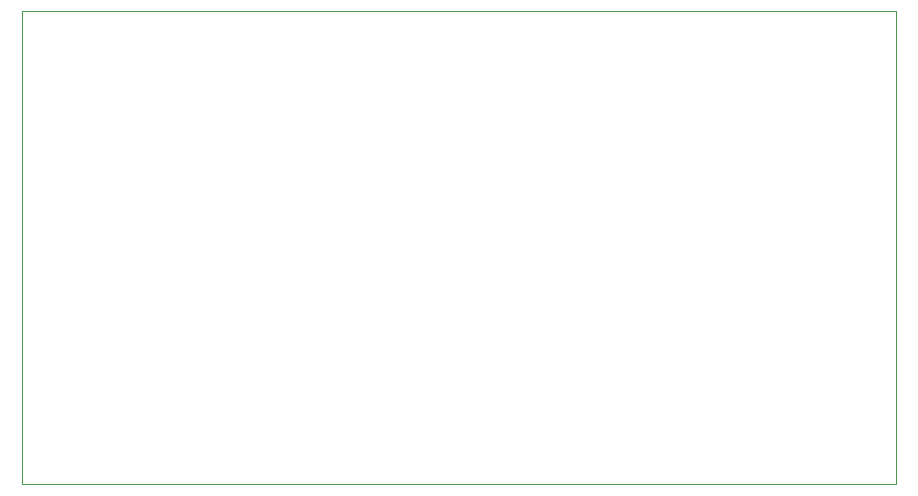
<source format=gbr>
%TF.GenerationSoftware,KiCad,Pcbnew,9.0.0*%
%TF.CreationDate,2025-03-25T11:32:13+05:30*%
%TF.ProjectId,solarpannel_project,736f6c61-7270-4616-9e6e-656c5f70726f,rev?*%
%TF.SameCoordinates,Original*%
%TF.FileFunction,Profile,NP*%
%FSLAX46Y46*%
G04 Gerber Fmt 4.6, Leading zero omitted, Abs format (unit mm)*
G04 Created by KiCad (PCBNEW 9.0.0) date 2025-03-25 11:32:13*
%MOMM*%
%LPD*%
G01*
G04 APERTURE LIST*
%TA.AperFunction,Profile*%
%ADD10C,0.050000*%
%TD*%
G04 APERTURE END LIST*
D10*
X113500000Y-65000000D02*
X187500000Y-65000000D01*
X187500000Y-105000000D01*
X113500000Y-105000000D01*
X113500000Y-65000000D01*
M02*

</source>
